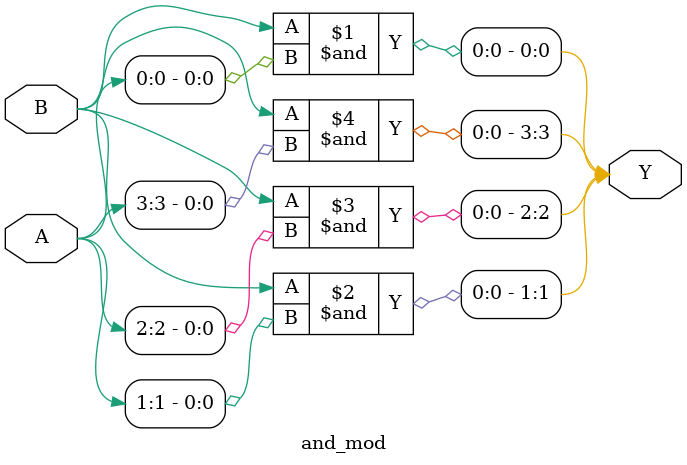
<source format=v>
`timescale 1ns / 1ps


module and_mod(
	input  [3:0] A,
	input        B,
	output [3:0] Y
    );

	assign Y[0] = B & A[0];
	assign Y[1] = B & A[1];
	assign Y[2] = B & A[2];
	assign Y[3] = B & A[3];

endmodule

</source>
